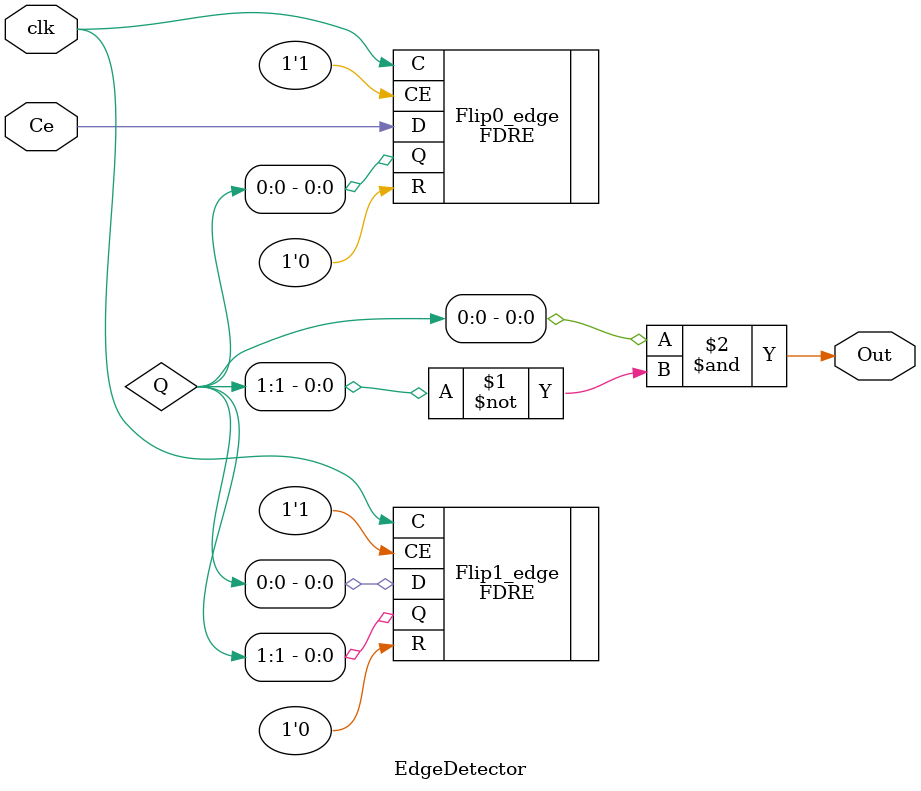
<source format=v>
`timescale 1ns / 1ps


module EdgeDetector(
    input clk,
    input Ce,
    output Out 
    );
    
    wire [1:0] Q;
    
    FDRE #(.INIT(1'b0)) Flip0_edge (.C(clk), .R(1'b0), .CE(1'b1), .D(Ce), .Q(Q[0]));
    FDRE #(.INIT(1'b0)) Flip1_edge (.C(clk), .R(1'b0), .CE(1'b1), .D(Q[0]), .Q(Q[1]));
    
    assign Out = Q[0]&~Q[1];
    
endmodule

</source>
